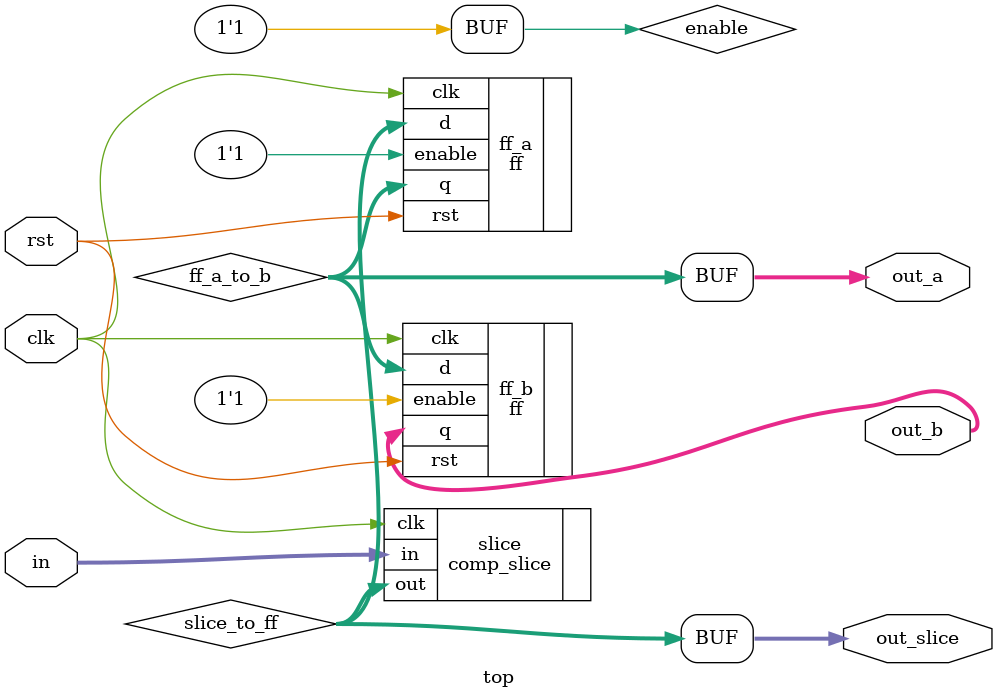
<source format=sv>

module top #() (
    input logic clk,
    input logic rst,
    input logic [7:0] in,
    output logic [7:0] out_slice,
    output logic [7:0] out_a,
    output logic [7:0]out_b
    );

    logic enable = 1'b1;
    logic [7:0] slice_to_ff;
    logic [7:0] ff_a_to_b;
    
    comp_slice #(.PARAM_WIDTH(8)) slice (
        .clk(clk),
        .in(in),
        .out(slice_to_ff)
    );
    

    ff #(.PARAM_WIDTH(8)) ff_a (
        .clk(clk),
        .rst(rst),
        .enable(enable),
        .d(slice_to_ff),
        .q(ff_a_to_b)
    );
    
    ff #(.PARAM_WIDTH(8)) ff_b (
        .clk(clk),
        .rst(rst),
        .enable(enable),
        .d(ff_a_to_b),
        .q(out_b)
    );
    
    assign out_slice = slice_to_ff;
    assign out_a = ff_a_to_b;
       
        
endmodule
</source>
